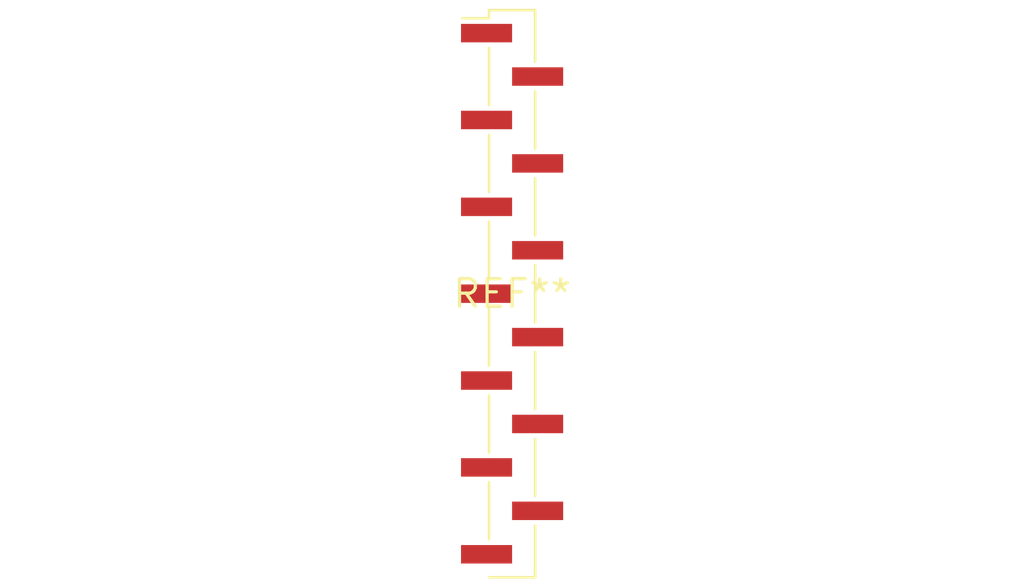
<source format=kicad_pcb>
(kicad_pcb (version 20240108) (generator pcbnew)
  (layers (0 "F.Cu" signal) (31 "B.Cu" signal) (34 "B.Paste" user) (35 "F.Paste" user) (36 "B.SilkS" user "B.Silkscreen") (37 "F.SilkS" user "F.Silkscreen") (38 "B.Mask" user) (39 "F.Mask" user) (44 "Edge.Cuts" user))
  (net 0 "")
  (footprint "PinHeader_1x13_P2.00mm_Vertical_SMD_Pin1Left" (layer "F.Cu") (at 0 0)
    (property "Reference" "REF**")
    (property "Value" "PinHeader_1x13_P2.00mm_Vertical_SMD_Pin1Left")
    (fp_line (start -1.06 -13.06) (end -1.06 -12.685) (layer "F.SilkS") (stroke (width 0.12)))
    (fp_line (start -1.06 -13.06) (end 1.06 -13.06) (layer "F.SilkS") (stroke (width 0.12)))
    (fp_line (start -1.06 -12.685) (end -2.29 -12.685) (layer "F.SilkS") (stroke (width 0.12)))
    (fp_line (start -1.06 -11.315) (end -1.06 -8.685) (layer "F.SilkS") (stroke (width 0.12)))
    (fp_line (start -1.06 -7.315) (end -1.06 -4.685) (layer "F.SilkS") (stroke (width 0.12)))
    (fp_line (start -1.06 -3.315) (end -1.06 -0.685) (layer "F.SilkS") (stroke (width 0.12)))
    (fp_line (start -1.06 0.685) (end -1.06 3.315) (layer "F.SilkS") (stroke (width 0.12)))
    (fp_line (start -1.06 4.685) (end -1.06 7.315) (layer "F.SilkS") (stroke (width 0.12)))
    (fp_line (start -1.06 8.685) (end -1.06 11.315) (layer "F.SilkS") (stroke (width 0.12)))
    (fp_line (start -1.06 13.06) (end 1.06 13.06) (layer "F.SilkS") (stroke (width 0.12)))
    (fp_line (start 1.06 -13.06) (end 1.06 -10.685) (layer "F.SilkS") (stroke (width 0.12)))
    (fp_line (start 1.06 -9.315) (end 1.06 -6.685) (layer "F.SilkS") (stroke (width 0.12)))
    (fp_line (start 1.06 -5.315) (end 1.06 -2.685) (layer "F.SilkS") (stroke (width 0.12)))
    (fp_line (start 1.06 -1.315) (end 1.06 1.315) (layer "F.SilkS") (stroke (width 0.12)))
    (fp_line (start 1.06 2.685) (end 1.06 5.315) (layer "F.SilkS") (stroke (width 0.12)))
    (fp_line (start 1.06 6.685) (end 1.06 9.315) (layer "F.SilkS") (stroke (width 0.12)))
    (fp_line (start 1.06 10.685) (end 1.06 13.06) (layer "F.SilkS") (stroke (width 0.12)))
    (fp_line (start 1.06 12.685) (end 1.06 13.06) (layer "F.SilkS") (stroke (width 0.12)))
    (pad "1" smd rect (at -1.175 -12) (size 2.35 0.85) (layers "F.Cu" "F.Paste" "F.Mask"))
    (pad "2" smd rect (at 1.175 -10) (size 2.35 0.85) (layers "F.Cu" "F.Paste" "F.Mask"))
    (pad "3" smd rect (at -1.175 -8) (size 2.35 0.85) (layers "F.Cu" "F.Paste" "F.Mask"))
    (pad "4" smd rect (at 1.175 -6) (size 2.35 0.85) (layers "F.Cu" "F.Paste" "F.Mask"))
    (pad "5" smd rect (at -1.175 -4) (size 2.35 0.85) (layers "F.Cu" "F.Paste" "F.Mask"))
    (pad "6" smd rect (at 1.175 -2) (size 2.35 0.85) (layers "F.Cu" "F.Paste" "F.Mask"))
    (pad "7" smd rect (at -1.175 0) (size 2.35 0.85) (layers "F.Cu" "F.Paste" "F.Mask"))
    (pad "8" smd rect (at 1.175 2) (size 2.35 0.85) (layers "F.Cu" "F.Paste" "F.Mask"))
    (pad "9" smd rect (at -1.175 4) (size 2.35 0.85) (layers "F.Cu" "F.Paste" "F.Mask"))
    (pad "10" smd rect (at 1.175 6) (size 2.35 0.85) (layers "F.Cu" "F.Paste" "F.Mask"))
    (pad "11" smd rect (at -1.175 8) (size 2.35 0.85) (layers "F.Cu" "F.Paste" "F.Mask"))
    (pad "12" smd rect (at 1.175 10) (size 2.35 0.85) (layers "F.Cu" "F.Paste" "F.Mask"))
    (pad "13" smd rect (at -1.175 12) (size 2.35 0.85) (layers "F.Cu" "F.Paste" "F.Mask"))
  )
)
</source>
